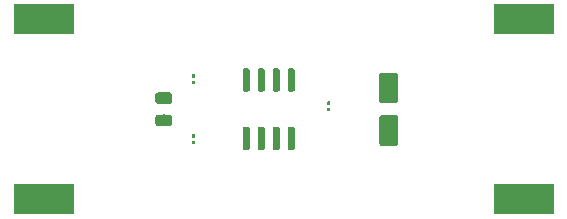
<source format=gbr>
G04 #@! TF.GenerationSoftware,KiCad,Pcbnew,(5.0.2)-1*
G04 #@! TF.CreationDate,2020-05-24T20:53:20+05:30*
G04 #@! TF.ProjectId,555 Timer LED Flasher,35353520-5469-46d6-9572-204c45442046,V1.0*
G04 #@! TF.SameCoordinates,Original*
G04 #@! TF.FileFunction,Paste,Top*
G04 #@! TF.FilePolarity,Positive*
%FSLAX46Y46*%
G04 Gerber Fmt 4.6, Leading zero omitted, Abs format (unit mm)*
G04 Created by KiCad (PCBNEW (5.0.2)-1) date 05/24/20 20:53:21*
%MOMM*%
%LPD*%
G01*
G04 APERTURE LIST*
%ADD10R,5.100000X2.500000*%
%ADD11C,0.100000*%
%ADD12C,1.600000*%
%ADD13C,0.975000*%
%ADD14C,0.270000*%
%ADD15C,0.600000*%
G04 APERTURE END LIST*
D10*
G04 #@! TO.C,BT1*
X127496979Y-91750983D03*
X127496979Y-106950983D03*
G04 #@! TD*
G04 #@! TO.C,BT2*
X168136979Y-91750983D03*
X168136979Y-106950983D03*
G04 #@! TD*
D11*
G04 #@! TO.C,C1*
G36*
X157281483Y-96252187D02*
X157305752Y-96255787D01*
X157329550Y-96261748D01*
X157352650Y-96270013D01*
X157374828Y-96280503D01*
X157395872Y-96293116D01*
X157415577Y-96307730D01*
X157433756Y-96324206D01*
X157450232Y-96342385D01*
X157464846Y-96362090D01*
X157477459Y-96383134D01*
X157487949Y-96405312D01*
X157496214Y-96428412D01*
X157502175Y-96452210D01*
X157505775Y-96476479D01*
X157506979Y-96500983D01*
X157506979Y-98600983D01*
X157505775Y-98625487D01*
X157502175Y-98649756D01*
X157496214Y-98673554D01*
X157487949Y-98696654D01*
X157477459Y-98718832D01*
X157464846Y-98739876D01*
X157450232Y-98759581D01*
X157433756Y-98777760D01*
X157415577Y-98794236D01*
X157395872Y-98808850D01*
X157374828Y-98821463D01*
X157352650Y-98831953D01*
X157329550Y-98840218D01*
X157305752Y-98846179D01*
X157281483Y-98849779D01*
X157256979Y-98850983D01*
X156156979Y-98850983D01*
X156132475Y-98849779D01*
X156108206Y-98846179D01*
X156084408Y-98840218D01*
X156061308Y-98831953D01*
X156039130Y-98821463D01*
X156018086Y-98808850D01*
X155998381Y-98794236D01*
X155980202Y-98777760D01*
X155963726Y-98759581D01*
X155949112Y-98739876D01*
X155936499Y-98718832D01*
X155926009Y-98696654D01*
X155917744Y-98673554D01*
X155911783Y-98649756D01*
X155908183Y-98625487D01*
X155906979Y-98600983D01*
X155906979Y-96500983D01*
X155908183Y-96476479D01*
X155911783Y-96452210D01*
X155917744Y-96428412D01*
X155926009Y-96405312D01*
X155936499Y-96383134D01*
X155949112Y-96362090D01*
X155963726Y-96342385D01*
X155980202Y-96324206D01*
X155998381Y-96307730D01*
X156018086Y-96293116D01*
X156039130Y-96280503D01*
X156061308Y-96270013D01*
X156084408Y-96261748D01*
X156108206Y-96255787D01*
X156132475Y-96252187D01*
X156156979Y-96250983D01*
X157256979Y-96250983D01*
X157281483Y-96252187D01*
X157281483Y-96252187D01*
G37*
D12*
X156706979Y-97550983D03*
D11*
G36*
X157281483Y-99852187D02*
X157305752Y-99855787D01*
X157329550Y-99861748D01*
X157352650Y-99870013D01*
X157374828Y-99880503D01*
X157395872Y-99893116D01*
X157415577Y-99907730D01*
X157433756Y-99924206D01*
X157450232Y-99942385D01*
X157464846Y-99962090D01*
X157477459Y-99983134D01*
X157487949Y-100005312D01*
X157496214Y-100028412D01*
X157502175Y-100052210D01*
X157505775Y-100076479D01*
X157506979Y-100100983D01*
X157506979Y-102200983D01*
X157505775Y-102225487D01*
X157502175Y-102249756D01*
X157496214Y-102273554D01*
X157487949Y-102296654D01*
X157477459Y-102318832D01*
X157464846Y-102339876D01*
X157450232Y-102359581D01*
X157433756Y-102377760D01*
X157415577Y-102394236D01*
X157395872Y-102408850D01*
X157374828Y-102421463D01*
X157352650Y-102431953D01*
X157329550Y-102440218D01*
X157305752Y-102446179D01*
X157281483Y-102449779D01*
X157256979Y-102450983D01*
X156156979Y-102450983D01*
X156132475Y-102449779D01*
X156108206Y-102446179D01*
X156084408Y-102440218D01*
X156061308Y-102431953D01*
X156039130Y-102421463D01*
X156018086Y-102408850D01*
X155998381Y-102394236D01*
X155980202Y-102377760D01*
X155963726Y-102359581D01*
X155949112Y-102339876D01*
X155936499Y-102318832D01*
X155926009Y-102296654D01*
X155917744Y-102273554D01*
X155911783Y-102249756D01*
X155908183Y-102225487D01*
X155906979Y-102200983D01*
X155906979Y-100100983D01*
X155908183Y-100076479D01*
X155911783Y-100052210D01*
X155917744Y-100028412D01*
X155926009Y-100005312D01*
X155936499Y-99983134D01*
X155949112Y-99962090D01*
X155963726Y-99942385D01*
X155980202Y-99924206D01*
X155998381Y-99907730D01*
X156018086Y-99893116D01*
X156039130Y-99880503D01*
X156061308Y-99870013D01*
X156084408Y-99861748D01*
X156108206Y-99855787D01*
X156132475Y-99852187D01*
X156156979Y-99850983D01*
X157256979Y-99850983D01*
X157281483Y-99852187D01*
X157281483Y-99852187D01*
G37*
D12*
X156706979Y-101150983D03*
G04 #@! TD*
D11*
G04 #@! TO.C,D1*
G36*
X138137121Y-99802157D02*
X138160782Y-99805667D01*
X138183986Y-99811479D01*
X138206508Y-99819537D01*
X138228132Y-99829765D01*
X138248649Y-99842062D01*
X138267862Y-99856312D01*
X138285586Y-99872376D01*
X138301650Y-99890100D01*
X138315900Y-99909313D01*
X138328197Y-99929830D01*
X138338425Y-99951454D01*
X138346483Y-99973976D01*
X138352295Y-99997180D01*
X138355805Y-100020841D01*
X138356979Y-100044733D01*
X138356979Y-100532233D01*
X138355805Y-100556125D01*
X138352295Y-100579786D01*
X138346483Y-100602990D01*
X138338425Y-100625512D01*
X138328197Y-100647136D01*
X138315900Y-100667653D01*
X138301650Y-100686866D01*
X138285586Y-100704590D01*
X138267862Y-100720654D01*
X138248649Y-100734904D01*
X138228132Y-100747201D01*
X138206508Y-100757429D01*
X138183986Y-100765487D01*
X138160782Y-100771299D01*
X138137121Y-100774809D01*
X138113229Y-100775983D01*
X137200729Y-100775983D01*
X137176837Y-100774809D01*
X137153176Y-100771299D01*
X137129972Y-100765487D01*
X137107450Y-100757429D01*
X137085826Y-100747201D01*
X137065309Y-100734904D01*
X137046096Y-100720654D01*
X137028372Y-100704590D01*
X137012308Y-100686866D01*
X136998058Y-100667653D01*
X136985761Y-100647136D01*
X136975533Y-100625512D01*
X136967475Y-100602990D01*
X136961663Y-100579786D01*
X136958153Y-100556125D01*
X136956979Y-100532233D01*
X136956979Y-100044733D01*
X136958153Y-100020841D01*
X136961663Y-99997180D01*
X136967475Y-99973976D01*
X136975533Y-99951454D01*
X136985761Y-99929830D01*
X136998058Y-99909313D01*
X137012308Y-99890100D01*
X137028372Y-99872376D01*
X137046096Y-99856312D01*
X137065309Y-99842062D01*
X137085826Y-99829765D01*
X137107450Y-99819537D01*
X137129972Y-99811479D01*
X137153176Y-99805667D01*
X137176837Y-99802157D01*
X137200729Y-99800983D01*
X138113229Y-99800983D01*
X138137121Y-99802157D01*
X138137121Y-99802157D01*
G37*
D13*
X137656979Y-100288483D03*
D11*
G36*
X138137121Y-97927157D02*
X138160782Y-97930667D01*
X138183986Y-97936479D01*
X138206508Y-97944537D01*
X138228132Y-97954765D01*
X138248649Y-97967062D01*
X138267862Y-97981312D01*
X138285586Y-97997376D01*
X138301650Y-98015100D01*
X138315900Y-98034313D01*
X138328197Y-98054830D01*
X138338425Y-98076454D01*
X138346483Y-98098976D01*
X138352295Y-98122180D01*
X138355805Y-98145841D01*
X138356979Y-98169733D01*
X138356979Y-98657233D01*
X138355805Y-98681125D01*
X138352295Y-98704786D01*
X138346483Y-98727990D01*
X138338425Y-98750512D01*
X138328197Y-98772136D01*
X138315900Y-98792653D01*
X138301650Y-98811866D01*
X138285586Y-98829590D01*
X138267862Y-98845654D01*
X138248649Y-98859904D01*
X138228132Y-98872201D01*
X138206508Y-98882429D01*
X138183986Y-98890487D01*
X138160782Y-98896299D01*
X138137121Y-98899809D01*
X138113229Y-98900983D01*
X137200729Y-98900983D01*
X137176837Y-98899809D01*
X137153176Y-98896299D01*
X137129972Y-98890487D01*
X137107450Y-98882429D01*
X137085826Y-98872201D01*
X137065309Y-98859904D01*
X137046096Y-98845654D01*
X137028372Y-98829590D01*
X137012308Y-98811866D01*
X136998058Y-98792653D01*
X136985761Y-98772136D01*
X136975533Y-98750512D01*
X136967475Y-98727990D01*
X136961663Y-98704786D01*
X136958153Y-98681125D01*
X136956979Y-98657233D01*
X136956979Y-98169733D01*
X136958153Y-98145841D01*
X136961663Y-98122180D01*
X136967475Y-98098976D01*
X136975533Y-98076454D01*
X136985761Y-98054830D01*
X136998058Y-98034313D01*
X137012308Y-98015100D01*
X137028372Y-97997376D01*
X137046096Y-97981312D01*
X137065309Y-97967062D01*
X137085826Y-97954765D01*
X137107450Y-97944537D01*
X137129972Y-97936479D01*
X137153176Y-97930667D01*
X137176837Y-97927157D01*
X137200729Y-97925983D01*
X138113229Y-97925983D01*
X138137121Y-97927157D01*
X138137121Y-97927157D01*
G37*
D13*
X137656979Y-98413483D03*
G04 #@! TD*
D11*
G04 #@! TO.C,R1*
G36*
X151701095Y-98691308D02*
X151707648Y-98692280D01*
X151714073Y-98693890D01*
X151720310Y-98696121D01*
X151726298Y-98698953D01*
X151731980Y-98702359D01*
X151737301Y-98706305D01*
X151742209Y-98710753D01*
X151746657Y-98715661D01*
X151750603Y-98720982D01*
X151754009Y-98726664D01*
X151756841Y-98732652D01*
X151759072Y-98738889D01*
X151760682Y-98745314D01*
X151761654Y-98751867D01*
X151761979Y-98758483D01*
X151761979Y-98893483D01*
X151761654Y-98900099D01*
X151760682Y-98906652D01*
X151759072Y-98913077D01*
X151756841Y-98919314D01*
X151754009Y-98925302D01*
X151750603Y-98930984D01*
X151746657Y-98936305D01*
X151742209Y-98941213D01*
X151737301Y-98945661D01*
X151731980Y-98949607D01*
X151726298Y-98953013D01*
X151720310Y-98955845D01*
X151714073Y-98958076D01*
X151707648Y-98959686D01*
X151701095Y-98960658D01*
X151694479Y-98960983D01*
X151559479Y-98960983D01*
X151552863Y-98960658D01*
X151546310Y-98959686D01*
X151539885Y-98958076D01*
X151533648Y-98955845D01*
X151527660Y-98953013D01*
X151521978Y-98949607D01*
X151516657Y-98945661D01*
X151511749Y-98941213D01*
X151507301Y-98936305D01*
X151503355Y-98930984D01*
X151499949Y-98925302D01*
X151497117Y-98919314D01*
X151494886Y-98913077D01*
X151493276Y-98906652D01*
X151492304Y-98900099D01*
X151491979Y-98893483D01*
X151491979Y-98758483D01*
X151492304Y-98751867D01*
X151493276Y-98745314D01*
X151494886Y-98738889D01*
X151497117Y-98732652D01*
X151499949Y-98726664D01*
X151503355Y-98720982D01*
X151507301Y-98715661D01*
X151511749Y-98710753D01*
X151516657Y-98706305D01*
X151521978Y-98702359D01*
X151527660Y-98698953D01*
X151533648Y-98696121D01*
X151539885Y-98693890D01*
X151546310Y-98692280D01*
X151552863Y-98691308D01*
X151559479Y-98690983D01*
X151694479Y-98690983D01*
X151701095Y-98691308D01*
X151701095Y-98691308D01*
G37*
D14*
X151626979Y-98825983D03*
D11*
G36*
X151701095Y-99241308D02*
X151707648Y-99242280D01*
X151714073Y-99243890D01*
X151720310Y-99246121D01*
X151726298Y-99248953D01*
X151731980Y-99252359D01*
X151737301Y-99256305D01*
X151742209Y-99260753D01*
X151746657Y-99265661D01*
X151750603Y-99270982D01*
X151754009Y-99276664D01*
X151756841Y-99282652D01*
X151759072Y-99288889D01*
X151760682Y-99295314D01*
X151761654Y-99301867D01*
X151761979Y-99308483D01*
X151761979Y-99443483D01*
X151761654Y-99450099D01*
X151760682Y-99456652D01*
X151759072Y-99463077D01*
X151756841Y-99469314D01*
X151754009Y-99475302D01*
X151750603Y-99480984D01*
X151746657Y-99486305D01*
X151742209Y-99491213D01*
X151737301Y-99495661D01*
X151731980Y-99499607D01*
X151726298Y-99503013D01*
X151720310Y-99505845D01*
X151714073Y-99508076D01*
X151707648Y-99509686D01*
X151701095Y-99510658D01*
X151694479Y-99510983D01*
X151559479Y-99510983D01*
X151552863Y-99510658D01*
X151546310Y-99509686D01*
X151539885Y-99508076D01*
X151533648Y-99505845D01*
X151527660Y-99503013D01*
X151521978Y-99499607D01*
X151516657Y-99495661D01*
X151511749Y-99491213D01*
X151507301Y-99486305D01*
X151503355Y-99480984D01*
X151499949Y-99475302D01*
X151497117Y-99469314D01*
X151494886Y-99463077D01*
X151493276Y-99456652D01*
X151492304Y-99450099D01*
X151491979Y-99443483D01*
X151491979Y-99308483D01*
X151492304Y-99301867D01*
X151493276Y-99295314D01*
X151494886Y-99288889D01*
X151497117Y-99282652D01*
X151499949Y-99276664D01*
X151503355Y-99270982D01*
X151507301Y-99265661D01*
X151511749Y-99260753D01*
X151516657Y-99256305D01*
X151521978Y-99252359D01*
X151527660Y-99248953D01*
X151533648Y-99246121D01*
X151539885Y-99243890D01*
X151546310Y-99242280D01*
X151552863Y-99241308D01*
X151559479Y-99240983D01*
X151694479Y-99240983D01*
X151701095Y-99241308D01*
X151701095Y-99241308D01*
G37*
D14*
X151626979Y-99375983D03*
G04 #@! TD*
D11*
G04 #@! TO.C,R2*
G36*
X140271095Y-102031308D02*
X140277648Y-102032280D01*
X140284073Y-102033890D01*
X140290310Y-102036121D01*
X140296298Y-102038953D01*
X140301980Y-102042359D01*
X140307301Y-102046305D01*
X140312209Y-102050753D01*
X140316657Y-102055661D01*
X140320603Y-102060982D01*
X140324009Y-102066664D01*
X140326841Y-102072652D01*
X140329072Y-102078889D01*
X140330682Y-102085314D01*
X140331654Y-102091867D01*
X140331979Y-102098483D01*
X140331979Y-102233483D01*
X140331654Y-102240099D01*
X140330682Y-102246652D01*
X140329072Y-102253077D01*
X140326841Y-102259314D01*
X140324009Y-102265302D01*
X140320603Y-102270984D01*
X140316657Y-102276305D01*
X140312209Y-102281213D01*
X140307301Y-102285661D01*
X140301980Y-102289607D01*
X140296298Y-102293013D01*
X140290310Y-102295845D01*
X140284073Y-102298076D01*
X140277648Y-102299686D01*
X140271095Y-102300658D01*
X140264479Y-102300983D01*
X140129479Y-102300983D01*
X140122863Y-102300658D01*
X140116310Y-102299686D01*
X140109885Y-102298076D01*
X140103648Y-102295845D01*
X140097660Y-102293013D01*
X140091978Y-102289607D01*
X140086657Y-102285661D01*
X140081749Y-102281213D01*
X140077301Y-102276305D01*
X140073355Y-102270984D01*
X140069949Y-102265302D01*
X140067117Y-102259314D01*
X140064886Y-102253077D01*
X140063276Y-102246652D01*
X140062304Y-102240099D01*
X140061979Y-102233483D01*
X140061979Y-102098483D01*
X140062304Y-102091867D01*
X140063276Y-102085314D01*
X140064886Y-102078889D01*
X140067117Y-102072652D01*
X140069949Y-102066664D01*
X140073355Y-102060982D01*
X140077301Y-102055661D01*
X140081749Y-102050753D01*
X140086657Y-102046305D01*
X140091978Y-102042359D01*
X140097660Y-102038953D01*
X140103648Y-102036121D01*
X140109885Y-102033890D01*
X140116310Y-102032280D01*
X140122863Y-102031308D01*
X140129479Y-102030983D01*
X140264479Y-102030983D01*
X140271095Y-102031308D01*
X140271095Y-102031308D01*
G37*
D14*
X140196979Y-102165983D03*
D11*
G36*
X140271095Y-101481308D02*
X140277648Y-101482280D01*
X140284073Y-101483890D01*
X140290310Y-101486121D01*
X140296298Y-101488953D01*
X140301980Y-101492359D01*
X140307301Y-101496305D01*
X140312209Y-101500753D01*
X140316657Y-101505661D01*
X140320603Y-101510982D01*
X140324009Y-101516664D01*
X140326841Y-101522652D01*
X140329072Y-101528889D01*
X140330682Y-101535314D01*
X140331654Y-101541867D01*
X140331979Y-101548483D01*
X140331979Y-101683483D01*
X140331654Y-101690099D01*
X140330682Y-101696652D01*
X140329072Y-101703077D01*
X140326841Y-101709314D01*
X140324009Y-101715302D01*
X140320603Y-101720984D01*
X140316657Y-101726305D01*
X140312209Y-101731213D01*
X140307301Y-101735661D01*
X140301980Y-101739607D01*
X140296298Y-101743013D01*
X140290310Y-101745845D01*
X140284073Y-101748076D01*
X140277648Y-101749686D01*
X140271095Y-101750658D01*
X140264479Y-101750983D01*
X140129479Y-101750983D01*
X140122863Y-101750658D01*
X140116310Y-101749686D01*
X140109885Y-101748076D01*
X140103648Y-101745845D01*
X140097660Y-101743013D01*
X140091978Y-101739607D01*
X140086657Y-101735661D01*
X140081749Y-101731213D01*
X140077301Y-101726305D01*
X140073355Y-101720984D01*
X140069949Y-101715302D01*
X140067117Y-101709314D01*
X140064886Y-101703077D01*
X140063276Y-101696652D01*
X140062304Y-101690099D01*
X140061979Y-101683483D01*
X140061979Y-101548483D01*
X140062304Y-101541867D01*
X140063276Y-101535314D01*
X140064886Y-101528889D01*
X140067117Y-101522652D01*
X140069949Y-101516664D01*
X140073355Y-101510982D01*
X140077301Y-101505661D01*
X140081749Y-101500753D01*
X140086657Y-101496305D01*
X140091978Y-101492359D01*
X140097660Y-101488953D01*
X140103648Y-101486121D01*
X140109885Y-101483890D01*
X140116310Y-101482280D01*
X140122863Y-101481308D01*
X140129479Y-101480983D01*
X140264479Y-101480983D01*
X140271095Y-101481308D01*
X140271095Y-101481308D01*
G37*
D14*
X140196979Y-101615983D03*
G04 #@! TD*
D11*
G04 #@! TO.C,R3*
G36*
X140271095Y-96951308D02*
X140277648Y-96952280D01*
X140284073Y-96953890D01*
X140290310Y-96956121D01*
X140296298Y-96958953D01*
X140301980Y-96962359D01*
X140307301Y-96966305D01*
X140312209Y-96970753D01*
X140316657Y-96975661D01*
X140320603Y-96980982D01*
X140324009Y-96986664D01*
X140326841Y-96992652D01*
X140329072Y-96998889D01*
X140330682Y-97005314D01*
X140331654Y-97011867D01*
X140331979Y-97018483D01*
X140331979Y-97153483D01*
X140331654Y-97160099D01*
X140330682Y-97166652D01*
X140329072Y-97173077D01*
X140326841Y-97179314D01*
X140324009Y-97185302D01*
X140320603Y-97190984D01*
X140316657Y-97196305D01*
X140312209Y-97201213D01*
X140307301Y-97205661D01*
X140301980Y-97209607D01*
X140296298Y-97213013D01*
X140290310Y-97215845D01*
X140284073Y-97218076D01*
X140277648Y-97219686D01*
X140271095Y-97220658D01*
X140264479Y-97220983D01*
X140129479Y-97220983D01*
X140122863Y-97220658D01*
X140116310Y-97219686D01*
X140109885Y-97218076D01*
X140103648Y-97215845D01*
X140097660Y-97213013D01*
X140091978Y-97209607D01*
X140086657Y-97205661D01*
X140081749Y-97201213D01*
X140077301Y-97196305D01*
X140073355Y-97190984D01*
X140069949Y-97185302D01*
X140067117Y-97179314D01*
X140064886Y-97173077D01*
X140063276Y-97166652D01*
X140062304Y-97160099D01*
X140061979Y-97153483D01*
X140061979Y-97018483D01*
X140062304Y-97011867D01*
X140063276Y-97005314D01*
X140064886Y-96998889D01*
X140067117Y-96992652D01*
X140069949Y-96986664D01*
X140073355Y-96980982D01*
X140077301Y-96975661D01*
X140081749Y-96970753D01*
X140086657Y-96966305D01*
X140091978Y-96962359D01*
X140097660Y-96958953D01*
X140103648Y-96956121D01*
X140109885Y-96953890D01*
X140116310Y-96952280D01*
X140122863Y-96951308D01*
X140129479Y-96950983D01*
X140264479Y-96950983D01*
X140271095Y-96951308D01*
X140271095Y-96951308D01*
G37*
D14*
X140196979Y-97085983D03*
D11*
G36*
X140271095Y-96401308D02*
X140277648Y-96402280D01*
X140284073Y-96403890D01*
X140290310Y-96406121D01*
X140296298Y-96408953D01*
X140301980Y-96412359D01*
X140307301Y-96416305D01*
X140312209Y-96420753D01*
X140316657Y-96425661D01*
X140320603Y-96430982D01*
X140324009Y-96436664D01*
X140326841Y-96442652D01*
X140329072Y-96448889D01*
X140330682Y-96455314D01*
X140331654Y-96461867D01*
X140331979Y-96468483D01*
X140331979Y-96603483D01*
X140331654Y-96610099D01*
X140330682Y-96616652D01*
X140329072Y-96623077D01*
X140326841Y-96629314D01*
X140324009Y-96635302D01*
X140320603Y-96640984D01*
X140316657Y-96646305D01*
X140312209Y-96651213D01*
X140307301Y-96655661D01*
X140301980Y-96659607D01*
X140296298Y-96663013D01*
X140290310Y-96665845D01*
X140284073Y-96668076D01*
X140277648Y-96669686D01*
X140271095Y-96670658D01*
X140264479Y-96670983D01*
X140129479Y-96670983D01*
X140122863Y-96670658D01*
X140116310Y-96669686D01*
X140109885Y-96668076D01*
X140103648Y-96665845D01*
X140097660Y-96663013D01*
X140091978Y-96659607D01*
X140086657Y-96655661D01*
X140081749Y-96651213D01*
X140077301Y-96646305D01*
X140073355Y-96640984D01*
X140069949Y-96635302D01*
X140067117Y-96629314D01*
X140064886Y-96623077D01*
X140063276Y-96616652D01*
X140062304Y-96610099D01*
X140061979Y-96603483D01*
X140061979Y-96468483D01*
X140062304Y-96461867D01*
X140063276Y-96455314D01*
X140064886Y-96448889D01*
X140067117Y-96442652D01*
X140069949Y-96436664D01*
X140073355Y-96430982D01*
X140077301Y-96425661D01*
X140081749Y-96420753D01*
X140086657Y-96416305D01*
X140091978Y-96412359D01*
X140097660Y-96408953D01*
X140103648Y-96406121D01*
X140109885Y-96403890D01*
X140116310Y-96402280D01*
X140122863Y-96401308D01*
X140129479Y-96400983D01*
X140264479Y-96400983D01*
X140271095Y-96401308D01*
X140271095Y-96401308D01*
G37*
D14*
X140196979Y-96535983D03*
G04 #@! TD*
D11*
G04 #@! TO.C,U1*
G36*
X148616682Y-95901705D02*
X148631243Y-95903865D01*
X148645522Y-95907442D01*
X148659382Y-95912401D01*
X148672689Y-95918695D01*
X148685315Y-95926263D01*
X148697138Y-95935031D01*
X148708045Y-95944917D01*
X148717931Y-95955824D01*
X148726699Y-95967647D01*
X148734267Y-95980273D01*
X148740561Y-95993580D01*
X148745520Y-96007440D01*
X148749097Y-96021719D01*
X148751257Y-96036280D01*
X148751979Y-96050983D01*
X148751979Y-97700983D01*
X148751257Y-97715686D01*
X148749097Y-97730247D01*
X148745520Y-97744526D01*
X148740561Y-97758386D01*
X148734267Y-97771693D01*
X148726699Y-97784319D01*
X148717931Y-97796142D01*
X148708045Y-97807049D01*
X148697138Y-97816935D01*
X148685315Y-97825703D01*
X148672689Y-97833271D01*
X148659382Y-97839565D01*
X148645522Y-97844524D01*
X148631243Y-97848101D01*
X148616682Y-97850261D01*
X148601979Y-97850983D01*
X148301979Y-97850983D01*
X148287276Y-97850261D01*
X148272715Y-97848101D01*
X148258436Y-97844524D01*
X148244576Y-97839565D01*
X148231269Y-97833271D01*
X148218643Y-97825703D01*
X148206820Y-97816935D01*
X148195913Y-97807049D01*
X148186027Y-97796142D01*
X148177259Y-97784319D01*
X148169691Y-97771693D01*
X148163397Y-97758386D01*
X148158438Y-97744526D01*
X148154861Y-97730247D01*
X148152701Y-97715686D01*
X148151979Y-97700983D01*
X148151979Y-96050983D01*
X148152701Y-96036280D01*
X148154861Y-96021719D01*
X148158438Y-96007440D01*
X148163397Y-95993580D01*
X148169691Y-95980273D01*
X148177259Y-95967647D01*
X148186027Y-95955824D01*
X148195913Y-95944917D01*
X148206820Y-95935031D01*
X148218643Y-95926263D01*
X148231269Y-95918695D01*
X148244576Y-95912401D01*
X148258436Y-95907442D01*
X148272715Y-95903865D01*
X148287276Y-95901705D01*
X148301979Y-95900983D01*
X148601979Y-95900983D01*
X148616682Y-95901705D01*
X148616682Y-95901705D01*
G37*
D15*
X148451979Y-96875983D03*
D11*
G36*
X147346682Y-95901705D02*
X147361243Y-95903865D01*
X147375522Y-95907442D01*
X147389382Y-95912401D01*
X147402689Y-95918695D01*
X147415315Y-95926263D01*
X147427138Y-95935031D01*
X147438045Y-95944917D01*
X147447931Y-95955824D01*
X147456699Y-95967647D01*
X147464267Y-95980273D01*
X147470561Y-95993580D01*
X147475520Y-96007440D01*
X147479097Y-96021719D01*
X147481257Y-96036280D01*
X147481979Y-96050983D01*
X147481979Y-97700983D01*
X147481257Y-97715686D01*
X147479097Y-97730247D01*
X147475520Y-97744526D01*
X147470561Y-97758386D01*
X147464267Y-97771693D01*
X147456699Y-97784319D01*
X147447931Y-97796142D01*
X147438045Y-97807049D01*
X147427138Y-97816935D01*
X147415315Y-97825703D01*
X147402689Y-97833271D01*
X147389382Y-97839565D01*
X147375522Y-97844524D01*
X147361243Y-97848101D01*
X147346682Y-97850261D01*
X147331979Y-97850983D01*
X147031979Y-97850983D01*
X147017276Y-97850261D01*
X147002715Y-97848101D01*
X146988436Y-97844524D01*
X146974576Y-97839565D01*
X146961269Y-97833271D01*
X146948643Y-97825703D01*
X146936820Y-97816935D01*
X146925913Y-97807049D01*
X146916027Y-97796142D01*
X146907259Y-97784319D01*
X146899691Y-97771693D01*
X146893397Y-97758386D01*
X146888438Y-97744526D01*
X146884861Y-97730247D01*
X146882701Y-97715686D01*
X146881979Y-97700983D01*
X146881979Y-96050983D01*
X146882701Y-96036280D01*
X146884861Y-96021719D01*
X146888438Y-96007440D01*
X146893397Y-95993580D01*
X146899691Y-95980273D01*
X146907259Y-95967647D01*
X146916027Y-95955824D01*
X146925913Y-95944917D01*
X146936820Y-95935031D01*
X146948643Y-95926263D01*
X146961269Y-95918695D01*
X146974576Y-95912401D01*
X146988436Y-95907442D01*
X147002715Y-95903865D01*
X147017276Y-95901705D01*
X147031979Y-95900983D01*
X147331979Y-95900983D01*
X147346682Y-95901705D01*
X147346682Y-95901705D01*
G37*
D15*
X147181979Y-96875983D03*
D11*
G36*
X146076682Y-95901705D02*
X146091243Y-95903865D01*
X146105522Y-95907442D01*
X146119382Y-95912401D01*
X146132689Y-95918695D01*
X146145315Y-95926263D01*
X146157138Y-95935031D01*
X146168045Y-95944917D01*
X146177931Y-95955824D01*
X146186699Y-95967647D01*
X146194267Y-95980273D01*
X146200561Y-95993580D01*
X146205520Y-96007440D01*
X146209097Y-96021719D01*
X146211257Y-96036280D01*
X146211979Y-96050983D01*
X146211979Y-97700983D01*
X146211257Y-97715686D01*
X146209097Y-97730247D01*
X146205520Y-97744526D01*
X146200561Y-97758386D01*
X146194267Y-97771693D01*
X146186699Y-97784319D01*
X146177931Y-97796142D01*
X146168045Y-97807049D01*
X146157138Y-97816935D01*
X146145315Y-97825703D01*
X146132689Y-97833271D01*
X146119382Y-97839565D01*
X146105522Y-97844524D01*
X146091243Y-97848101D01*
X146076682Y-97850261D01*
X146061979Y-97850983D01*
X145761979Y-97850983D01*
X145747276Y-97850261D01*
X145732715Y-97848101D01*
X145718436Y-97844524D01*
X145704576Y-97839565D01*
X145691269Y-97833271D01*
X145678643Y-97825703D01*
X145666820Y-97816935D01*
X145655913Y-97807049D01*
X145646027Y-97796142D01*
X145637259Y-97784319D01*
X145629691Y-97771693D01*
X145623397Y-97758386D01*
X145618438Y-97744526D01*
X145614861Y-97730247D01*
X145612701Y-97715686D01*
X145611979Y-97700983D01*
X145611979Y-96050983D01*
X145612701Y-96036280D01*
X145614861Y-96021719D01*
X145618438Y-96007440D01*
X145623397Y-95993580D01*
X145629691Y-95980273D01*
X145637259Y-95967647D01*
X145646027Y-95955824D01*
X145655913Y-95944917D01*
X145666820Y-95935031D01*
X145678643Y-95926263D01*
X145691269Y-95918695D01*
X145704576Y-95912401D01*
X145718436Y-95907442D01*
X145732715Y-95903865D01*
X145747276Y-95901705D01*
X145761979Y-95900983D01*
X146061979Y-95900983D01*
X146076682Y-95901705D01*
X146076682Y-95901705D01*
G37*
D15*
X145911979Y-96875983D03*
D11*
G36*
X144806682Y-95901705D02*
X144821243Y-95903865D01*
X144835522Y-95907442D01*
X144849382Y-95912401D01*
X144862689Y-95918695D01*
X144875315Y-95926263D01*
X144887138Y-95935031D01*
X144898045Y-95944917D01*
X144907931Y-95955824D01*
X144916699Y-95967647D01*
X144924267Y-95980273D01*
X144930561Y-95993580D01*
X144935520Y-96007440D01*
X144939097Y-96021719D01*
X144941257Y-96036280D01*
X144941979Y-96050983D01*
X144941979Y-97700983D01*
X144941257Y-97715686D01*
X144939097Y-97730247D01*
X144935520Y-97744526D01*
X144930561Y-97758386D01*
X144924267Y-97771693D01*
X144916699Y-97784319D01*
X144907931Y-97796142D01*
X144898045Y-97807049D01*
X144887138Y-97816935D01*
X144875315Y-97825703D01*
X144862689Y-97833271D01*
X144849382Y-97839565D01*
X144835522Y-97844524D01*
X144821243Y-97848101D01*
X144806682Y-97850261D01*
X144791979Y-97850983D01*
X144491979Y-97850983D01*
X144477276Y-97850261D01*
X144462715Y-97848101D01*
X144448436Y-97844524D01*
X144434576Y-97839565D01*
X144421269Y-97833271D01*
X144408643Y-97825703D01*
X144396820Y-97816935D01*
X144385913Y-97807049D01*
X144376027Y-97796142D01*
X144367259Y-97784319D01*
X144359691Y-97771693D01*
X144353397Y-97758386D01*
X144348438Y-97744526D01*
X144344861Y-97730247D01*
X144342701Y-97715686D01*
X144341979Y-97700983D01*
X144341979Y-96050983D01*
X144342701Y-96036280D01*
X144344861Y-96021719D01*
X144348438Y-96007440D01*
X144353397Y-95993580D01*
X144359691Y-95980273D01*
X144367259Y-95967647D01*
X144376027Y-95955824D01*
X144385913Y-95944917D01*
X144396820Y-95935031D01*
X144408643Y-95926263D01*
X144421269Y-95918695D01*
X144434576Y-95912401D01*
X144448436Y-95907442D01*
X144462715Y-95903865D01*
X144477276Y-95901705D01*
X144491979Y-95900983D01*
X144791979Y-95900983D01*
X144806682Y-95901705D01*
X144806682Y-95901705D01*
G37*
D15*
X144641979Y-96875983D03*
D11*
G36*
X144806682Y-100851705D02*
X144821243Y-100853865D01*
X144835522Y-100857442D01*
X144849382Y-100862401D01*
X144862689Y-100868695D01*
X144875315Y-100876263D01*
X144887138Y-100885031D01*
X144898045Y-100894917D01*
X144907931Y-100905824D01*
X144916699Y-100917647D01*
X144924267Y-100930273D01*
X144930561Y-100943580D01*
X144935520Y-100957440D01*
X144939097Y-100971719D01*
X144941257Y-100986280D01*
X144941979Y-101000983D01*
X144941979Y-102650983D01*
X144941257Y-102665686D01*
X144939097Y-102680247D01*
X144935520Y-102694526D01*
X144930561Y-102708386D01*
X144924267Y-102721693D01*
X144916699Y-102734319D01*
X144907931Y-102746142D01*
X144898045Y-102757049D01*
X144887138Y-102766935D01*
X144875315Y-102775703D01*
X144862689Y-102783271D01*
X144849382Y-102789565D01*
X144835522Y-102794524D01*
X144821243Y-102798101D01*
X144806682Y-102800261D01*
X144791979Y-102800983D01*
X144491979Y-102800983D01*
X144477276Y-102800261D01*
X144462715Y-102798101D01*
X144448436Y-102794524D01*
X144434576Y-102789565D01*
X144421269Y-102783271D01*
X144408643Y-102775703D01*
X144396820Y-102766935D01*
X144385913Y-102757049D01*
X144376027Y-102746142D01*
X144367259Y-102734319D01*
X144359691Y-102721693D01*
X144353397Y-102708386D01*
X144348438Y-102694526D01*
X144344861Y-102680247D01*
X144342701Y-102665686D01*
X144341979Y-102650983D01*
X144341979Y-101000983D01*
X144342701Y-100986280D01*
X144344861Y-100971719D01*
X144348438Y-100957440D01*
X144353397Y-100943580D01*
X144359691Y-100930273D01*
X144367259Y-100917647D01*
X144376027Y-100905824D01*
X144385913Y-100894917D01*
X144396820Y-100885031D01*
X144408643Y-100876263D01*
X144421269Y-100868695D01*
X144434576Y-100862401D01*
X144448436Y-100857442D01*
X144462715Y-100853865D01*
X144477276Y-100851705D01*
X144491979Y-100850983D01*
X144791979Y-100850983D01*
X144806682Y-100851705D01*
X144806682Y-100851705D01*
G37*
D15*
X144641979Y-101825983D03*
D11*
G36*
X146076682Y-100851705D02*
X146091243Y-100853865D01*
X146105522Y-100857442D01*
X146119382Y-100862401D01*
X146132689Y-100868695D01*
X146145315Y-100876263D01*
X146157138Y-100885031D01*
X146168045Y-100894917D01*
X146177931Y-100905824D01*
X146186699Y-100917647D01*
X146194267Y-100930273D01*
X146200561Y-100943580D01*
X146205520Y-100957440D01*
X146209097Y-100971719D01*
X146211257Y-100986280D01*
X146211979Y-101000983D01*
X146211979Y-102650983D01*
X146211257Y-102665686D01*
X146209097Y-102680247D01*
X146205520Y-102694526D01*
X146200561Y-102708386D01*
X146194267Y-102721693D01*
X146186699Y-102734319D01*
X146177931Y-102746142D01*
X146168045Y-102757049D01*
X146157138Y-102766935D01*
X146145315Y-102775703D01*
X146132689Y-102783271D01*
X146119382Y-102789565D01*
X146105522Y-102794524D01*
X146091243Y-102798101D01*
X146076682Y-102800261D01*
X146061979Y-102800983D01*
X145761979Y-102800983D01*
X145747276Y-102800261D01*
X145732715Y-102798101D01*
X145718436Y-102794524D01*
X145704576Y-102789565D01*
X145691269Y-102783271D01*
X145678643Y-102775703D01*
X145666820Y-102766935D01*
X145655913Y-102757049D01*
X145646027Y-102746142D01*
X145637259Y-102734319D01*
X145629691Y-102721693D01*
X145623397Y-102708386D01*
X145618438Y-102694526D01*
X145614861Y-102680247D01*
X145612701Y-102665686D01*
X145611979Y-102650983D01*
X145611979Y-101000983D01*
X145612701Y-100986280D01*
X145614861Y-100971719D01*
X145618438Y-100957440D01*
X145623397Y-100943580D01*
X145629691Y-100930273D01*
X145637259Y-100917647D01*
X145646027Y-100905824D01*
X145655913Y-100894917D01*
X145666820Y-100885031D01*
X145678643Y-100876263D01*
X145691269Y-100868695D01*
X145704576Y-100862401D01*
X145718436Y-100857442D01*
X145732715Y-100853865D01*
X145747276Y-100851705D01*
X145761979Y-100850983D01*
X146061979Y-100850983D01*
X146076682Y-100851705D01*
X146076682Y-100851705D01*
G37*
D15*
X145911979Y-101825983D03*
D11*
G36*
X147346682Y-100851705D02*
X147361243Y-100853865D01*
X147375522Y-100857442D01*
X147389382Y-100862401D01*
X147402689Y-100868695D01*
X147415315Y-100876263D01*
X147427138Y-100885031D01*
X147438045Y-100894917D01*
X147447931Y-100905824D01*
X147456699Y-100917647D01*
X147464267Y-100930273D01*
X147470561Y-100943580D01*
X147475520Y-100957440D01*
X147479097Y-100971719D01*
X147481257Y-100986280D01*
X147481979Y-101000983D01*
X147481979Y-102650983D01*
X147481257Y-102665686D01*
X147479097Y-102680247D01*
X147475520Y-102694526D01*
X147470561Y-102708386D01*
X147464267Y-102721693D01*
X147456699Y-102734319D01*
X147447931Y-102746142D01*
X147438045Y-102757049D01*
X147427138Y-102766935D01*
X147415315Y-102775703D01*
X147402689Y-102783271D01*
X147389382Y-102789565D01*
X147375522Y-102794524D01*
X147361243Y-102798101D01*
X147346682Y-102800261D01*
X147331979Y-102800983D01*
X147031979Y-102800983D01*
X147017276Y-102800261D01*
X147002715Y-102798101D01*
X146988436Y-102794524D01*
X146974576Y-102789565D01*
X146961269Y-102783271D01*
X146948643Y-102775703D01*
X146936820Y-102766935D01*
X146925913Y-102757049D01*
X146916027Y-102746142D01*
X146907259Y-102734319D01*
X146899691Y-102721693D01*
X146893397Y-102708386D01*
X146888438Y-102694526D01*
X146884861Y-102680247D01*
X146882701Y-102665686D01*
X146881979Y-102650983D01*
X146881979Y-101000983D01*
X146882701Y-100986280D01*
X146884861Y-100971719D01*
X146888438Y-100957440D01*
X146893397Y-100943580D01*
X146899691Y-100930273D01*
X146907259Y-100917647D01*
X146916027Y-100905824D01*
X146925913Y-100894917D01*
X146936820Y-100885031D01*
X146948643Y-100876263D01*
X146961269Y-100868695D01*
X146974576Y-100862401D01*
X146988436Y-100857442D01*
X147002715Y-100853865D01*
X147017276Y-100851705D01*
X147031979Y-100850983D01*
X147331979Y-100850983D01*
X147346682Y-100851705D01*
X147346682Y-100851705D01*
G37*
D15*
X147181979Y-101825983D03*
D11*
G36*
X148616682Y-100851705D02*
X148631243Y-100853865D01*
X148645522Y-100857442D01*
X148659382Y-100862401D01*
X148672689Y-100868695D01*
X148685315Y-100876263D01*
X148697138Y-100885031D01*
X148708045Y-100894917D01*
X148717931Y-100905824D01*
X148726699Y-100917647D01*
X148734267Y-100930273D01*
X148740561Y-100943580D01*
X148745520Y-100957440D01*
X148749097Y-100971719D01*
X148751257Y-100986280D01*
X148751979Y-101000983D01*
X148751979Y-102650983D01*
X148751257Y-102665686D01*
X148749097Y-102680247D01*
X148745520Y-102694526D01*
X148740561Y-102708386D01*
X148734267Y-102721693D01*
X148726699Y-102734319D01*
X148717931Y-102746142D01*
X148708045Y-102757049D01*
X148697138Y-102766935D01*
X148685315Y-102775703D01*
X148672689Y-102783271D01*
X148659382Y-102789565D01*
X148645522Y-102794524D01*
X148631243Y-102798101D01*
X148616682Y-102800261D01*
X148601979Y-102800983D01*
X148301979Y-102800983D01*
X148287276Y-102800261D01*
X148272715Y-102798101D01*
X148258436Y-102794524D01*
X148244576Y-102789565D01*
X148231269Y-102783271D01*
X148218643Y-102775703D01*
X148206820Y-102766935D01*
X148195913Y-102757049D01*
X148186027Y-102746142D01*
X148177259Y-102734319D01*
X148169691Y-102721693D01*
X148163397Y-102708386D01*
X148158438Y-102694526D01*
X148154861Y-102680247D01*
X148152701Y-102665686D01*
X148151979Y-102650983D01*
X148151979Y-101000983D01*
X148152701Y-100986280D01*
X148154861Y-100971719D01*
X148158438Y-100957440D01*
X148163397Y-100943580D01*
X148169691Y-100930273D01*
X148177259Y-100917647D01*
X148186027Y-100905824D01*
X148195913Y-100894917D01*
X148206820Y-100885031D01*
X148218643Y-100876263D01*
X148231269Y-100868695D01*
X148244576Y-100862401D01*
X148258436Y-100857442D01*
X148272715Y-100853865D01*
X148287276Y-100851705D01*
X148301979Y-100850983D01*
X148601979Y-100850983D01*
X148616682Y-100851705D01*
X148616682Y-100851705D01*
G37*
D15*
X148451979Y-101825983D03*
G04 #@! TD*
M02*

</source>
